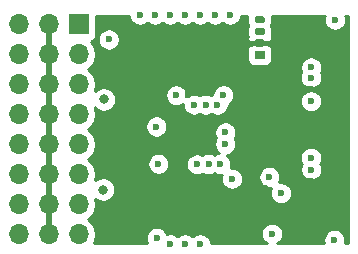
<source format=gbr>
%TF.GenerationSoftware,KiCad,Pcbnew,5.1.8-db9833491~87~ubuntu20.04.1*%
%TF.CreationDate,2020-11-05T18:06:58+01:00*%
%TF.ProjectId,rosalyn-rx,726f7361-6c79-46e2-9d72-782e6b696361,v1.0*%
%TF.SameCoordinates,Original*%
%TF.FileFunction,Copper,L2,Inr*%
%TF.FilePolarity,Positive*%
%FSLAX46Y46*%
G04 Gerber Fmt 4.6, Leading zero omitted, Abs format (unit mm)*
G04 Created by KiCad (PCBNEW 5.1.8-db9833491~87~ubuntu20.04.1) date 2020-11-05 18:06:58*
%MOMM*%
%LPD*%
G01*
G04 APERTURE LIST*
%TA.AperFunction,ComponentPad*%
%ADD10O,1.700000X1.700000*%
%TD*%
%TA.AperFunction,ComponentPad*%
%ADD11R,1.700000X1.700000*%
%TD*%
%TA.AperFunction,ComponentPad*%
%ADD12R,0.850000X0.650000*%
%TD*%
%TA.AperFunction,ViaPad*%
%ADD13C,0.600000*%
%TD*%
%TA.AperFunction,ViaPad*%
%ADD14C,0.800000*%
%TD*%
%TA.AperFunction,Conductor*%
%ADD15C,0.254000*%
%TD*%
%TA.AperFunction,Conductor*%
%ADD16C,0.100000*%
%TD*%
G04 APERTURE END LIST*
D10*
%TO.N,+5V*%
%TO.C,J4*%
X120410000Y-108890000D03*
X120410000Y-91110000D03*
X120410000Y-106350000D03*
X120410000Y-103810000D03*
X120410000Y-101270000D03*
X120410000Y-98730000D03*
X120410000Y-96190000D03*
X120410000Y-93650000D03*
%TO.N,GND*%
X122950000Y-91110000D03*
X122950000Y-93650000D03*
X122950000Y-96190000D03*
X122950000Y-98730000D03*
X122950000Y-101270000D03*
X122950000Y-103810000D03*
X122950000Y-106350000D03*
X122950000Y-108890000D03*
D11*
%TO.N,pwm_ch1*%
X125490000Y-91110000D03*
D10*
%TO.N,pwm_ch2*%
X125490000Y-93650000D03*
%TO.N,pwm_ch3*%
X125490000Y-96190000D03*
%TO.N,pwm_ch4*%
X125490000Y-98730000D03*
%TO.N,pwm_ch5*%
X125490000Y-101270000D03*
%TO.N,pwm_ch6*%
X125490000Y-103810000D03*
%TO.N,pwm_ch7*%
X125490000Y-106350000D03*
%TO.N,pwm_ch8*%
X125490000Y-108890000D03*
%TD*%
%TO.N,swim*%
%TO.C,J1*%
%TA.AperFunction,ComponentPad*%
G36*
G01*
X141245000Y-90537500D02*
X141245000Y-90862500D01*
G75*
G02*
X141082500Y-91025000I-162500J0D01*
G01*
X140557500Y-91025000D01*
G75*
G02*
X140395000Y-90862500I0J162500D01*
G01*
X140395000Y-90537500D01*
G75*
G02*
X140557500Y-90375000I162500J0D01*
G01*
X141082500Y-90375000D01*
G75*
G02*
X141245000Y-90537500I0J-162500D01*
G01*
G37*
%TD.AperFunction*%
%TO.N,nrst*%
%TA.AperFunction,ComponentPad*%
G36*
G01*
X141245000Y-91537500D02*
X141245000Y-91862500D01*
G75*
G02*
X141082500Y-92025000I-162500J0D01*
G01*
X140557500Y-92025000D01*
G75*
G02*
X140395000Y-91862500I0J162500D01*
G01*
X140395000Y-91537500D01*
G75*
G02*
X140557500Y-91375000I162500J0D01*
G01*
X141082500Y-91375000D01*
G75*
G02*
X141245000Y-91537500I0J-162500D01*
G01*
G37*
%TD.AperFunction*%
%TO.N,GND*%
%TA.AperFunction,ComponentPad*%
G36*
G01*
X141245000Y-92537500D02*
X141245000Y-92862500D01*
G75*
G02*
X141082500Y-93025000I-162500J0D01*
G01*
X140557500Y-93025000D01*
G75*
G02*
X140395000Y-92862500I0J162500D01*
G01*
X140395000Y-92537500D01*
G75*
G02*
X140557500Y-92375000I162500J0D01*
G01*
X141082500Y-92375000D01*
G75*
G02*
X141245000Y-92537500I0J-162500D01*
G01*
G37*
%TD.AperFunction*%
D12*
%TO.N,+5V*%
X140820000Y-93700000D03*
%TD*%
D13*
%TO.N,e22_nss*%
X138310000Y-90290000D03*
%TO.N,spi_sck*%
X137040000Y-90290000D03*
%TO.N,spi_miso*%
X134500000Y-90290000D03*
%TO.N,spi_mosi*%
X135770000Y-90290000D03*
%TO.N,e22_rxen*%
X135770000Y-109720000D03*
%TO.N,e22_txen*%
X134500000Y-109710000D03*
%TO.N,e22_dio1*%
X130690000Y-90290000D03*
%TO.N,e22_dio2*%
X133260000Y-109730000D03*
%TO.N,e22_busy*%
X131960000Y-90290000D03*
%TO.N,e22_nrst*%
X133230000Y-90290000D03*
%TO.N,GND*%
X130545000Y-109190000D03*
X129420000Y-105250000D03*
X143920000Y-107890000D03*
X146420000Y-94750000D03*
X134000000Y-102950000D03*
X145170000Y-96600000D03*
X141870000Y-101725000D03*
D14*
X127770000Y-107610000D03*
X127740000Y-102550000D03*
D13*
X134738051Y-97088051D03*
X127610000Y-94910000D03*
X129420000Y-92250000D03*
X139190000Y-106880000D03*
X143000000Y-106500000D03*
X141290000Y-104930000D03*
X145620000Y-107740000D03*
X147200000Y-107810000D03*
X145170000Y-104400000D03*
X143009996Y-93500000D03*
X138810000Y-107830000D03*
X136580000Y-108629998D03*
X138910000Y-96450000D03*
%TO.N,+3V3*%
X132095000Y-109190000D03*
X138480000Y-104180000D03*
%TO.N,pwm_ch4*%
X135250000Y-97900000D03*
%TO.N,pwm_ch3*%
X136250000Y-97900000D03*
%TO.N,pwm_ch2*%
X137250000Y-97900000D03*
%TO.N,pwm_ch1*%
X137750000Y-97100000D03*
%TO.N,+5V*%
X145170000Y-97600000D03*
D14*
X127575000Y-105090000D03*
D13*
X133750000Y-97100000D03*
X128050000Y-92380000D03*
D14*
X127630000Y-97450000D03*
D13*
X135500000Y-102950000D03*
X141870000Y-108820000D03*
X147200000Y-90710000D03*
X147146714Y-109353286D03*
X141640000Y-104020000D03*
X142630000Y-105399994D03*
%TO.N,nrst*%
X132250000Y-102909996D03*
%TO.N,swim*%
X132080000Y-99750000D03*
%TO.N,uart1_rx*%
X136500000Y-102930000D03*
X145170000Y-102390000D03*
%TO.N,uart1_tx*%
X137500000Y-102930000D03*
X145179529Y-103390569D03*
%TO.N,i2c_sda*%
X137910000Y-101230000D03*
X145179863Y-94750022D03*
%TO.N,i2c_scl*%
X137920000Y-100250000D03*
X145170002Y-95600000D03*
%TD*%
D15*
%TO.N,GND*%
X129755000Y-90382089D02*
X129790932Y-90562729D01*
X129861414Y-90732889D01*
X129963738Y-90886028D01*
X130093972Y-91016262D01*
X130247111Y-91118586D01*
X130417271Y-91189068D01*
X130597911Y-91225000D01*
X130782089Y-91225000D01*
X130962729Y-91189068D01*
X131132889Y-91118586D01*
X131286028Y-91016262D01*
X131325000Y-90977290D01*
X131363972Y-91016262D01*
X131517111Y-91118586D01*
X131687271Y-91189068D01*
X131867911Y-91225000D01*
X132052089Y-91225000D01*
X132232729Y-91189068D01*
X132402889Y-91118586D01*
X132556028Y-91016262D01*
X132595000Y-90977290D01*
X132633972Y-91016262D01*
X132787111Y-91118586D01*
X132957271Y-91189068D01*
X133137911Y-91225000D01*
X133322089Y-91225000D01*
X133502729Y-91189068D01*
X133672889Y-91118586D01*
X133826028Y-91016262D01*
X133865000Y-90977290D01*
X133903972Y-91016262D01*
X134057111Y-91118586D01*
X134227271Y-91189068D01*
X134407911Y-91225000D01*
X134592089Y-91225000D01*
X134772729Y-91189068D01*
X134942889Y-91118586D01*
X135096028Y-91016262D01*
X135135000Y-90977290D01*
X135173972Y-91016262D01*
X135327111Y-91118586D01*
X135497271Y-91189068D01*
X135677911Y-91225000D01*
X135862089Y-91225000D01*
X136042729Y-91189068D01*
X136212889Y-91118586D01*
X136366028Y-91016262D01*
X136405000Y-90977290D01*
X136443972Y-91016262D01*
X136597111Y-91118586D01*
X136767271Y-91189068D01*
X136947911Y-91225000D01*
X137132089Y-91225000D01*
X137312729Y-91189068D01*
X137482889Y-91118586D01*
X137636028Y-91016262D01*
X137675000Y-90977290D01*
X137713972Y-91016262D01*
X137867111Y-91118586D01*
X138037271Y-91189068D01*
X138217911Y-91225000D01*
X138402089Y-91225000D01*
X138582729Y-91189068D01*
X138752889Y-91118586D01*
X138906028Y-91016262D01*
X139036262Y-90886028D01*
X139138586Y-90732889D01*
X139209068Y-90562729D01*
X139245000Y-90382089D01*
X139245000Y-90360000D01*
X139778777Y-90360000D01*
X139772311Y-90381316D01*
X139756928Y-90537500D01*
X139756928Y-90862500D01*
X139772311Y-91018684D01*
X139817868Y-91168866D01*
X139834510Y-91200000D01*
X139817868Y-91231134D01*
X139772311Y-91381316D01*
X139756928Y-91537500D01*
X139756928Y-91862500D01*
X139772311Y-92018684D01*
X139806027Y-92129831D01*
X139805498Y-92130820D01*
X139769188Y-92250518D01*
X139756928Y-92375000D01*
X139760000Y-92414250D01*
X139918750Y-92573000D01*
X140196632Y-92573000D01*
X140251134Y-92602132D01*
X140401316Y-92647689D01*
X140557500Y-92663072D01*
X141082500Y-92663072D01*
X141238684Y-92647689D01*
X141388866Y-92602132D01*
X141443368Y-92573000D01*
X141721250Y-92573000D01*
X141880000Y-92414250D01*
X141883072Y-92375000D01*
X141870812Y-92250518D01*
X141834502Y-92130820D01*
X141833973Y-92129831D01*
X141867689Y-92018684D01*
X141883072Y-91862500D01*
X141883072Y-91537500D01*
X141867689Y-91381316D01*
X141822132Y-91231134D01*
X141805490Y-91200000D01*
X141822132Y-91168866D01*
X141867689Y-91018684D01*
X141883072Y-90862500D01*
X141883072Y-90537500D01*
X141867689Y-90381316D01*
X141861223Y-90360000D01*
X146332938Y-90360000D01*
X146300932Y-90437271D01*
X146265000Y-90617911D01*
X146265000Y-90802089D01*
X146300932Y-90982729D01*
X146371414Y-91152889D01*
X146473738Y-91306028D01*
X146603972Y-91436262D01*
X146757111Y-91538586D01*
X146927271Y-91609068D01*
X147107911Y-91645000D01*
X147292089Y-91645000D01*
X147472729Y-91609068D01*
X147642889Y-91538586D01*
X147796028Y-91436262D01*
X147926262Y-91306028D01*
X148028586Y-91152889D01*
X148099068Y-90982729D01*
X148135000Y-90802089D01*
X148135000Y-90617911D01*
X148099068Y-90437271D01*
X148067062Y-90360000D01*
X148340000Y-90360000D01*
X148340001Y-109640000D01*
X148039989Y-109640000D01*
X148045782Y-109626015D01*
X148081714Y-109445375D01*
X148081714Y-109261197D01*
X148045782Y-109080557D01*
X147975300Y-108910397D01*
X147872976Y-108757258D01*
X147742742Y-108627024D01*
X147589603Y-108524700D01*
X147419443Y-108454218D01*
X147238803Y-108418286D01*
X147054625Y-108418286D01*
X146873985Y-108454218D01*
X146703825Y-108524700D01*
X146550686Y-108627024D01*
X146420452Y-108757258D01*
X146318128Y-108910397D01*
X146247646Y-109080557D01*
X146211714Y-109261197D01*
X146211714Y-109445375D01*
X146247646Y-109626015D01*
X146253439Y-109640000D01*
X142325739Y-109640000D01*
X142466028Y-109546262D01*
X142596262Y-109416028D01*
X142698586Y-109262889D01*
X142769068Y-109092729D01*
X142805000Y-108912089D01*
X142805000Y-108727911D01*
X142769068Y-108547271D01*
X142698586Y-108377111D01*
X142596262Y-108223972D01*
X142466028Y-108093738D01*
X142312889Y-107991414D01*
X142142729Y-107920932D01*
X141962089Y-107885000D01*
X141777911Y-107885000D01*
X141597271Y-107920932D01*
X141427111Y-107991414D01*
X141273972Y-108093738D01*
X141143738Y-108223972D01*
X141041414Y-108377111D01*
X140970932Y-108547271D01*
X140935000Y-108727911D01*
X140935000Y-108912089D01*
X140970932Y-109092729D01*
X141041414Y-109262889D01*
X141143738Y-109416028D01*
X141273972Y-109546262D01*
X141414261Y-109640000D01*
X136705000Y-109640000D01*
X136705000Y-109627911D01*
X136669068Y-109447271D01*
X136598586Y-109277111D01*
X136496262Y-109123972D01*
X136366028Y-108993738D01*
X136212889Y-108891414D01*
X136042729Y-108820932D01*
X135862089Y-108785000D01*
X135677911Y-108785000D01*
X135497271Y-108820932D01*
X135327111Y-108891414D01*
X135173972Y-108993738D01*
X135140000Y-109027710D01*
X135096028Y-108983738D01*
X134942889Y-108881414D01*
X134772729Y-108810932D01*
X134592089Y-108775000D01*
X134407911Y-108775000D01*
X134227271Y-108810932D01*
X134057111Y-108881414D01*
X133903972Y-108983738D01*
X133870000Y-109017710D01*
X133856028Y-109003738D01*
X133702889Y-108901414D01*
X133532729Y-108830932D01*
X133352089Y-108795000D01*
X133167911Y-108795000D01*
X132987271Y-108830932D01*
X132962547Y-108841173D01*
X132923586Y-108747111D01*
X132821262Y-108593972D01*
X132691028Y-108463738D01*
X132537889Y-108361414D01*
X132367729Y-108290932D01*
X132187089Y-108255000D01*
X132002911Y-108255000D01*
X131822271Y-108290932D01*
X131652111Y-108361414D01*
X131498972Y-108463738D01*
X131368738Y-108593972D01*
X131266414Y-108747111D01*
X131195932Y-108917271D01*
X131160000Y-109097911D01*
X131160000Y-109282089D01*
X131195932Y-109462729D01*
X131266414Y-109632889D01*
X131271165Y-109640000D01*
X126774860Y-109640000D01*
X126805990Y-109593411D01*
X126917932Y-109323158D01*
X126975000Y-109036260D01*
X126975000Y-108743740D01*
X126917932Y-108456842D01*
X126805990Y-108186589D01*
X126643475Y-107943368D01*
X126436632Y-107736525D01*
X126262240Y-107620000D01*
X126436632Y-107503475D01*
X126643475Y-107296632D01*
X126805990Y-107053411D01*
X126917932Y-106783158D01*
X126975000Y-106496260D01*
X126975000Y-106203740D01*
X126917932Y-105916842D01*
X126903649Y-105882360D01*
X126915226Y-105893937D01*
X127084744Y-106007205D01*
X127273102Y-106085226D01*
X127473061Y-106125000D01*
X127676939Y-106125000D01*
X127876898Y-106085226D01*
X128065256Y-106007205D01*
X128234774Y-105893937D01*
X128378937Y-105749774D01*
X128492205Y-105580256D01*
X128570226Y-105391898D01*
X128610000Y-105191939D01*
X128610000Y-104988061D01*
X128570226Y-104788102D01*
X128492205Y-104599744D01*
X128378937Y-104430226D01*
X128234774Y-104286063D01*
X128065256Y-104172795D01*
X127876898Y-104094774D01*
X127676939Y-104055000D01*
X127473061Y-104055000D01*
X127273102Y-104094774D01*
X127084744Y-104172795D01*
X126915226Y-104286063D01*
X126889507Y-104311782D01*
X126917932Y-104243158D01*
X126975000Y-103956260D01*
X126975000Y-103663740D01*
X126917932Y-103376842D01*
X126805990Y-103106589D01*
X126643475Y-102863368D01*
X126598014Y-102817907D01*
X131315000Y-102817907D01*
X131315000Y-103002085D01*
X131350932Y-103182725D01*
X131421414Y-103352885D01*
X131523738Y-103506024D01*
X131653972Y-103636258D01*
X131807111Y-103738582D01*
X131977271Y-103809064D01*
X132157911Y-103844996D01*
X132342089Y-103844996D01*
X132522729Y-103809064D01*
X132692889Y-103738582D01*
X132846028Y-103636258D01*
X132976262Y-103506024D01*
X133078586Y-103352885D01*
X133149068Y-103182725D01*
X133185000Y-103002085D01*
X133185000Y-102857911D01*
X134565000Y-102857911D01*
X134565000Y-103042089D01*
X134600932Y-103222729D01*
X134671414Y-103392889D01*
X134773738Y-103546028D01*
X134903972Y-103676262D01*
X135057111Y-103778586D01*
X135227271Y-103849068D01*
X135407911Y-103885000D01*
X135592089Y-103885000D01*
X135772729Y-103849068D01*
X135942889Y-103778586D01*
X136014966Y-103730426D01*
X136057111Y-103758586D01*
X136227271Y-103829068D01*
X136407911Y-103865000D01*
X136592089Y-103865000D01*
X136772729Y-103829068D01*
X136942889Y-103758586D01*
X137000000Y-103720426D01*
X137057111Y-103758586D01*
X137227271Y-103829068D01*
X137407911Y-103865000D01*
X137592089Y-103865000D01*
X137599011Y-103863623D01*
X137580932Y-103907271D01*
X137545000Y-104087911D01*
X137545000Y-104272089D01*
X137580932Y-104452729D01*
X137651414Y-104622889D01*
X137753738Y-104776028D01*
X137883972Y-104906262D01*
X138037111Y-105008586D01*
X138207271Y-105079068D01*
X138387911Y-105115000D01*
X138572089Y-105115000D01*
X138752729Y-105079068D01*
X138922889Y-105008586D01*
X139076028Y-104906262D01*
X139206262Y-104776028D01*
X139308586Y-104622889D01*
X139379068Y-104452729D01*
X139415000Y-104272089D01*
X139415000Y-104087911D01*
X139383174Y-103927911D01*
X140705000Y-103927911D01*
X140705000Y-104112089D01*
X140740932Y-104292729D01*
X140811414Y-104462889D01*
X140913738Y-104616028D01*
X141043972Y-104746262D01*
X141197111Y-104848586D01*
X141367271Y-104919068D01*
X141547911Y-104955000D01*
X141732089Y-104955000D01*
X141813662Y-104938774D01*
X141801414Y-104957105D01*
X141730932Y-105127265D01*
X141695000Y-105307905D01*
X141695000Y-105492083D01*
X141730932Y-105672723D01*
X141801414Y-105842883D01*
X141903738Y-105996022D01*
X142033972Y-106126256D01*
X142187111Y-106228580D01*
X142357271Y-106299062D01*
X142537911Y-106334994D01*
X142722089Y-106334994D01*
X142902729Y-106299062D01*
X143072889Y-106228580D01*
X143226028Y-106126256D01*
X143356262Y-105996022D01*
X143458586Y-105842883D01*
X143529068Y-105672723D01*
X143565000Y-105492083D01*
X143565000Y-105307905D01*
X143529068Y-105127265D01*
X143458586Y-104957105D01*
X143356262Y-104803966D01*
X143226028Y-104673732D01*
X143072889Y-104571408D01*
X142902729Y-104500926D01*
X142722089Y-104464994D01*
X142537911Y-104464994D01*
X142456338Y-104481220D01*
X142468586Y-104462889D01*
X142539068Y-104292729D01*
X142575000Y-104112089D01*
X142575000Y-103927911D01*
X142539068Y-103747271D01*
X142468586Y-103577111D01*
X142366262Y-103423972D01*
X142236028Y-103293738D01*
X142082889Y-103191414D01*
X141912729Y-103120932D01*
X141732089Y-103085000D01*
X141547911Y-103085000D01*
X141367271Y-103120932D01*
X141197111Y-103191414D01*
X141043972Y-103293738D01*
X140913738Y-103423972D01*
X140811414Y-103577111D01*
X140740932Y-103747271D01*
X140705000Y-103927911D01*
X139383174Y-103927911D01*
X139379068Y-103907271D01*
X139308586Y-103737111D01*
X139206262Y-103583972D01*
X139076028Y-103453738D01*
X138922889Y-103351414D01*
X138752729Y-103280932D01*
X138572089Y-103245000D01*
X138387911Y-103245000D01*
X138380989Y-103246377D01*
X138399068Y-103202729D01*
X138435000Y-103022089D01*
X138435000Y-102837911D01*
X138399068Y-102657271D01*
X138328586Y-102487111D01*
X138226262Y-102333972D01*
X138190201Y-102297911D01*
X144235000Y-102297911D01*
X144235000Y-102482089D01*
X144270932Y-102662729D01*
X144341414Y-102832889D01*
X144384529Y-102897415D01*
X144350943Y-102947680D01*
X144280461Y-103117840D01*
X144244529Y-103298480D01*
X144244529Y-103482658D01*
X144280461Y-103663298D01*
X144350943Y-103833458D01*
X144453267Y-103986597D01*
X144583501Y-104116831D01*
X144736640Y-104219155D01*
X144906800Y-104289637D01*
X145087440Y-104325569D01*
X145271618Y-104325569D01*
X145452258Y-104289637D01*
X145622418Y-104219155D01*
X145775557Y-104116831D01*
X145905791Y-103986597D01*
X146008115Y-103833458D01*
X146078597Y-103663298D01*
X146114529Y-103482658D01*
X146114529Y-103298480D01*
X146078597Y-103117840D01*
X146008115Y-102947680D01*
X145965000Y-102883154D01*
X145998586Y-102832889D01*
X146069068Y-102662729D01*
X146105000Y-102482089D01*
X146105000Y-102297911D01*
X146069068Y-102117271D01*
X145998586Y-101947111D01*
X145896262Y-101793972D01*
X145766028Y-101663738D01*
X145612889Y-101561414D01*
X145442729Y-101490932D01*
X145262089Y-101455000D01*
X145077911Y-101455000D01*
X144897271Y-101490932D01*
X144727111Y-101561414D01*
X144573972Y-101663738D01*
X144443738Y-101793972D01*
X144341414Y-101947111D01*
X144270932Y-102117271D01*
X144235000Y-102297911D01*
X138190201Y-102297911D01*
X138096028Y-102203738D01*
X138029802Y-102159487D01*
X138182729Y-102129068D01*
X138352889Y-102058586D01*
X138506028Y-101956262D01*
X138636262Y-101826028D01*
X138738586Y-101672889D01*
X138809068Y-101502729D01*
X138845000Y-101322089D01*
X138845000Y-101137911D01*
X138809068Y-100957271D01*
X138738586Y-100787111D01*
X138712108Y-100747483D01*
X138748586Y-100692889D01*
X138819068Y-100522729D01*
X138855000Y-100342089D01*
X138855000Y-100157911D01*
X138819068Y-99977271D01*
X138748586Y-99807111D01*
X138646262Y-99653972D01*
X138516028Y-99523738D01*
X138362889Y-99421414D01*
X138192729Y-99350932D01*
X138012089Y-99315000D01*
X137827911Y-99315000D01*
X137647271Y-99350932D01*
X137477111Y-99421414D01*
X137323972Y-99523738D01*
X137193738Y-99653972D01*
X137091414Y-99807111D01*
X137020932Y-99977271D01*
X136985000Y-100157911D01*
X136985000Y-100342089D01*
X137020932Y-100522729D01*
X137091414Y-100692889D01*
X137117892Y-100732517D01*
X137081414Y-100787111D01*
X137010932Y-100957271D01*
X136975000Y-101137911D01*
X136975000Y-101322089D01*
X137010932Y-101502729D01*
X137081414Y-101672889D01*
X137183738Y-101826028D01*
X137313972Y-101956262D01*
X137380198Y-102000513D01*
X137227271Y-102030932D01*
X137057111Y-102101414D01*
X137000000Y-102139574D01*
X136942889Y-102101414D01*
X136772729Y-102030932D01*
X136592089Y-101995000D01*
X136407911Y-101995000D01*
X136227271Y-102030932D01*
X136057111Y-102101414D01*
X135985034Y-102149574D01*
X135942889Y-102121414D01*
X135772729Y-102050932D01*
X135592089Y-102015000D01*
X135407911Y-102015000D01*
X135227271Y-102050932D01*
X135057111Y-102121414D01*
X134903972Y-102223738D01*
X134773738Y-102353972D01*
X134671414Y-102507111D01*
X134600932Y-102677271D01*
X134565000Y-102857911D01*
X133185000Y-102857911D01*
X133185000Y-102817907D01*
X133149068Y-102637267D01*
X133078586Y-102467107D01*
X132976262Y-102313968D01*
X132846028Y-102183734D01*
X132692889Y-102081410D01*
X132522729Y-102010928D01*
X132342089Y-101974996D01*
X132157911Y-101974996D01*
X131977271Y-102010928D01*
X131807111Y-102081410D01*
X131653972Y-102183734D01*
X131523738Y-102313968D01*
X131421414Y-102467107D01*
X131350932Y-102637267D01*
X131315000Y-102817907D01*
X126598014Y-102817907D01*
X126436632Y-102656525D01*
X126262240Y-102540000D01*
X126436632Y-102423475D01*
X126643475Y-102216632D01*
X126805990Y-101973411D01*
X126917932Y-101703158D01*
X126975000Y-101416260D01*
X126975000Y-101123740D01*
X126917932Y-100836842D01*
X126805990Y-100566589D01*
X126643475Y-100323368D01*
X126436632Y-100116525D01*
X126262240Y-100000000D01*
X126436632Y-99883475D01*
X126643475Y-99676632D01*
X126655983Y-99657911D01*
X131145000Y-99657911D01*
X131145000Y-99842089D01*
X131180932Y-100022729D01*
X131251414Y-100192889D01*
X131353738Y-100346028D01*
X131483972Y-100476262D01*
X131637111Y-100578586D01*
X131807271Y-100649068D01*
X131987911Y-100685000D01*
X132172089Y-100685000D01*
X132352729Y-100649068D01*
X132522889Y-100578586D01*
X132676028Y-100476262D01*
X132806262Y-100346028D01*
X132908586Y-100192889D01*
X132979068Y-100022729D01*
X133015000Y-99842089D01*
X133015000Y-99657911D01*
X132979068Y-99477271D01*
X132908586Y-99307111D01*
X132806262Y-99153972D01*
X132676028Y-99023738D01*
X132522889Y-98921414D01*
X132352729Y-98850932D01*
X132172089Y-98815000D01*
X131987911Y-98815000D01*
X131807271Y-98850932D01*
X131637111Y-98921414D01*
X131483972Y-99023738D01*
X131353738Y-99153972D01*
X131251414Y-99307111D01*
X131180932Y-99477271D01*
X131145000Y-99657911D01*
X126655983Y-99657911D01*
X126805990Y-99433411D01*
X126917932Y-99163158D01*
X126975000Y-98876260D01*
X126975000Y-98583740D01*
X126917932Y-98296842D01*
X126850617Y-98134328D01*
X126970226Y-98253937D01*
X127139744Y-98367205D01*
X127328102Y-98445226D01*
X127528061Y-98485000D01*
X127731939Y-98485000D01*
X127931898Y-98445226D01*
X128120256Y-98367205D01*
X128289774Y-98253937D01*
X128433937Y-98109774D01*
X128547205Y-97940256D01*
X128625226Y-97751898D01*
X128665000Y-97551939D01*
X128665000Y-97348061D01*
X128625226Y-97148102D01*
X128567157Y-97007911D01*
X132815000Y-97007911D01*
X132815000Y-97192089D01*
X132850932Y-97372729D01*
X132921414Y-97542889D01*
X133023738Y-97696028D01*
X133153972Y-97826262D01*
X133307111Y-97928586D01*
X133477271Y-97999068D01*
X133657911Y-98035000D01*
X133842089Y-98035000D01*
X134022729Y-97999068D01*
X134192889Y-97928586D01*
X134315000Y-97846994D01*
X134315000Y-97992089D01*
X134350932Y-98172729D01*
X134421414Y-98342889D01*
X134523738Y-98496028D01*
X134653972Y-98626262D01*
X134807111Y-98728586D01*
X134977271Y-98799068D01*
X135157911Y-98835000D01*
X135342089Y-98835000D01*
X135522729Y-98799068D01*
X135692889Y-98728586D01*
X135750000Y-98690426D01*
X135807111Y-98728586D01*
X135977271Y-98799068D01*
X136157911Y-98835000D01*
X136342089Y-98835000D01*
X136522729Y-98799068D01*
X136692889Y-98728586D01*
X136750000Y-98690426D01*
X136807111Y-98728586D01*
X136977271Y-98799068D01*
X137157911Y-98835000D01*
X137342089Y-98835000D01*
X137522729Y-98799068D01*
X137692889Y-98728586D01*
X137846028Y-98626262D01*
X137976262Y-98496028D01*
X138078586Y-98342889D01*
X138149068Y-98172729D01*
X138185000Y-97992089D01*
X138185000Y-97931854D01*
X138192889Y-97928586D01*
X138346028Y-97826262D01*
X138476262Y-97696028D01*
X138578586Y-97542889D01*
X138593074Y-97507911D01*
X144235000Y-97507911D01*
X144235000Y-97692089D01*
X144270932Y-97872729D01*
X144341414Y-98042889D01*
X144443738Y-98196028D01*
X144573972Y-98326262D01*
X144727111Y-98428586D01*
X144897271Y-98499068D01*
X145077911Y-98535000D01*
X145262089Y-98535000D01*
X145442729Y-98499068D01*
X145612889Y-98428586D01*
X145766028Y-98326262D01*
X145896262Y-98196028D01*
X145998586Y-98042889D01*
X146069068Y-97872729D01*
X146105000Y-97692089D01*
X146105000Y-97507911D01*
X146069068Y-97327271D01*
X145998586Y-97157111D01*
X145896262Y-97003972D01*
X145766028Y-96873738D01*
X145612889Y-96771414D01*
X145442729Y-96700932D01*
X145262089Y-96665000D01*
X145077911Y-96665000D01*
X144897271Y-96700932D01*
X144727111Y-96771414D01*
X144573972Y-96873738D01*
X144443738Y-97003972D01*
X144341414Y-97157111D01*
X144270932Y-97327271D01*
X144235000Y-97507911D01*
X138593074Y-97507911D01*
X138649068Y-97372729D01*
X138685000Y-97192089D01*
X138685000Y-97007911D01*
X138649068Y-96827271D01*
X138578586Y-96657111D01*
X138476262Y-96503972D01*
X138346028Y-96373738D01*
X138192889Y-96271414D01*
X138022729Y-96200932D01*
X137842089Y-96165000D01*
X137657911Y-96165000D01*
X137477271Y-96200932D01*
X137307111Y-96271414D01*
X137153972Y-96373738D01*
X137023738Y-96503972D01*
X136921414Y-96657111D01*
X136850932Y-96827271D01*
X136815000Y-97007911D01*
X136815000Y-97068146D01*
X136807111Y-97071414D01*
X136750000Y-97109574D01*
X136692889Y-97071414D01*
X136522729Y-97000932D01*
X136342089Y-96965000D01*
X136157911Y-96965000D01*
X135977271Y-97000932D01*
X135807111Y-97071414D01*
X135750000Y-97109574D01*
X135692889Y-97071414D01*
X135522729Y-97000932D01*
X135342089Y-96965000D01*
X135157911Y-96965000D01*
X134977271Y-97000932D01*
X134807111Y-97071414D01*
X134685000Y-97153006D01*
X134685000Y-97007911D01*
X134649068Y-96827271D01*
X134578586Y-96657111D01*
X134476262Y-96503972D01*
X134346028Y-96373738D01*
X134192889Y-96271414D01*
X134022729Y-96200932D01*
X133842089Y-96165000D01*
X133657911Y-96165000D01*
X133477271Y-96200932D01*
X133307111Y-96271414D01*
X133153972Y-96373738D01*
X133023738Y-96503972D01*
X132921414Y-96657111D01*
X132850932Y-96827271D01*
X132815000Y-97007911D01*
X128567157Y-97007911D01*
X128547205Y-96959744D01*
X128433937Y-96790226D01*
X128289774Y-96646063D01*
X128120256Y-96532795D01*
X127931898Y-96454774D01*
X127731939Y-96415000D01*
X127528061Y-96415000D01*
X127328102Y-96454774D01*
X127139744Y-96532795D01*
X126970226Y-96646063D01*
X126864759Y-96751530D01*
X126917932Y-96623158D01*
X126975000Y-96336260D01*
X126975000Y-96043740D01*
X126917932Y-95756842D01*
X126814822Y-95507911D01*
X144235002Y-95507911D01*
X144235002Y-95692089D01*
X144270934Y-95872729D01*
X144341416Y-96042889D01*
X144443740Y-96196028D01*
X144573974Y-96326262D01*
X144727113Y-96428586D01*
X144897273Y-96499068D01*
X145077913Y-96535000D01*
X145262091Y-96535000D01*
X145442731Y-96499068D01*
X145612891Y-96428586D01*
X145766030Y-96326262D01*
X145896264Y-96196028D01*
X145998588Y-96042889D01*
X146069070Y-95872729D01*
X146105002Y-95692089D01*
X146105002Y-95507911D01*
X146069070Y-95327271D01*
X146010933Y-95186914D01*
X146078931Y-95022751D01*
X146114863Y-94842111D01*
X146114863Y-94657933D01*
X146078931Y-94477293D01*
X146008449Y-94307133D01*
X145906125Y-94153994D01*
X145775891Y-94023760D01*
X145622752Y-93921436D01*
X145452592Y-93850954D01*
X145271952Y-93815022D01*
X145087774Y-93815022D01*
X144907134Y-93850954D01*
X144736974Y-93921436D01*
X144583835Y-94023760D01*
X144453601Y-94153994D01*
X144351277Y-94307133D01*
X144280795Y-94477293D01*
X144244863Y-94657933D01*
X144244863Y-94842111D01*
X144280795Y-95022751D01*
X144338932Y-95163108D01*
X144270934Y-95327271D01*
X144235002Y-95507911D01*
X126814822Y-95507911D01*
X126805990Y-95486589D01*
X126643475Y-95243368D01*
X126436632Y-95036525D01*
X126262240Y-94920000D01*
X126436632Y-94803475D01*
X126643475Y-94596632D01*
X126805990Y-94353411D01*
X126917932Y-94083158D01*
X126975000Y-93796260D01*
X126975000Y-93503740D01*
X126917932Y-93216842D01*
X126805990Y-92946589D01*
X126643475Y-92703368D01*
X126511620Y-92571513D01*
X126584180Y-92549502D01*
X126694494Y-92490537D01*
X126791185Y-92411185D01*
X126870537Y-92314494D01*
X126884746Y-92287911D01*
X127115000Y-92287911D01*
X127115000Y-92472089D01*
X127150932Y-92652729D01*
X127221414Y-92822889D01*
X127323738Y-92976028D01*
X127453972Y-93106262D01*
X127607111Y-93208586D01*
X127777271Y-93279068D01*
X127957911Y-93315000D01*
X128142089Y-93315000D01*
X128322729Y-93279068D01*
X128492889Y-93208586D01*
X128646028Y-93106262D01*
X128727290Y-93025000D01*
X139756928Y-93025000D01*
X139769188Y-93149482D01*
X139784512Y-93200000D01*
X139769188Y-93250518D01*
X139756928Y-93375000D01*
X139756928Y-94025000D01*
X139769188Y-94149482D01*
X139805498Y-94269180D01*
X139864463Y-94379494D01*
X139943815Y-94476185D01*
X140040506Y-94555537D01*
X140150820Y-94614502D01*
X140270518Y-94650812D01*
X140395000Y-94663072D01*
X141245000Y-94663072D01*
X141369482Y-94650812D01*
X141489180Y-94614502D01*
X141599494Y-94555537D01*
X141696185Y-94476185D01*
X141775537Y-94379494D01*
X141834502Y-94269180D01*
X141870812Y-94149482D01*
X141883072Y-94025000D01*
X141883072Y-93375000D01*
X141870812Y-93250518D01*
X141855488Y-93200000D01*
X141870812Y-93149482D01*
X141883072Y-93025000D01*
X141880000Y-92985750D01*
X141721250Y-92827000D01*
X141566824Y-92827000D01*
X141489180Y-92785498D01*
X141369482Y-92749188D01*
X141245000Y-92736928D01*
X140395000Y-92736928D01*
X140270518Y-92749188D01*
X140150820Y-92785498D01*
X140073176Y-92827000D01*
X139918750Y-92827000D01*
X139760000Y-92985750D01*
X139756928Y-93025000D01*
X128727290Y-93025000D01*
X128776262Y-92976028D01*
X128878586Y-92822889D01*
X128949068Y-92652729D01*
X128985000Y-92472089D01*
X128985000Y-92287911D01*
X128949068Y-92107271D01*
X128878586Y-91937111D01*
X128776262Y-91783972D01*
X128646028Y-91653738D01*
X128492889Y-91551414D01*
X128322729Y-91480932D01*
X128142089Y-91445000D01*
X127957911Y-91445000D01*
X127777271Y-91480932D01*
X127607111Y-91551414D01*
X127453972Y-91653738D01*
X127323738Y-91783972D01*
X127221414Y-91937111D01*
X127150932Y-92107271D01*
X127115000Y-92287911D01*
X126884746Y-92287911D01*
X126929502Y-92204180D01*
X126965812Y-92084482D01*
X126978072Y-91960000D01*
X126978072Y-90360000D01*
X129755000Y-90360000D01*
X129755000Y-90382089D01*
%TA.AperFunction,Conductor*%
D16*
G36*
X129755000Y-90382089D02*
G01*
X129790932Y-90562729D01*
X129861414Y-90732889D01*
X129963738Y-90886028D01*
X130093972Y-91016262D01*
X130247111Y-91118586D01*
X130417271Y-91189068D01*
X130597911Y-91225000D01*
X130782089Y-91225000D01*
X130962729Y-91189068D01*
X131132889Y-91118586D01*
X131286028Y-91016262D01*
X131325000Y-90977290D01*
X131363972Y-91016262D01*
X131517111Y-91118586D01*
X131687271Y-91189068D01*
X131867911Y-91225000D01*
X132052089Y-91225000D01*
X132232729Y-91189068D01*
X132402889Y-91118586D01*
X132556028Y-91016262D01*
X132595000Y-90977290D01*
X132633972Y-91016262D01*
X132787111Y-91118586D01*
X132957271Y-91189068D01*
X133137911Y-91225000D01*
X133322089Y-91225000D01*
X133502729Y-91189068D01*
X133672889Y-91118586D01*
X133826028Y-91016262D01*
X133865000Y-90977290D01*
X133903972Y-91016262D01*
X134057111Y-91118586D01*
X134227271Y-91189068D01*
X134407911Y-91225000D01*
X134592089Y-91225000D01*
X134772729Y-91189068D01*
X134942889Y-91118586D01*
X135096028Y-91016262D01*
X135135000Y-90977290D01*
X135173972Y-91016262D01*
X135327111Y-91118586D01*
X135497271Y-91189068D01*
X135677911Y-91225000D01*
X135862089Y-91225000D01*
X136042729Y-91189068D01*
X136212889Y-91118586D01*
X136366028Y-91016262D01*
X136405000Y-90977290D01*
X136443972Y-91016262D01*
X136597111Y-91118586D01*
X136767271Y-91189068D01*
X136947911Y-91225000D01*
X137132089Y-91225000D01*
X137312729Y-91189068D01*
X137482889Y-91118586D01*
X137636028Y-91016262D01*
X137675000Y-90977290D01*
X137713972Y-91016262D01*
X137867111Y-91118586D01*
X138037271Y-91189068D01*
X138217911Y-91225000D01*
X138402089Y-91225000D01*
X138582729Y-91189068D01*
X138752889Y-91118586D01*
X138906028Y-91016262D01*
X139036262Y-90886028D01*
X139138586Y-90732889D01*
X139209068Y-90562729D01*
X139245000Y-90382089D01*
X139245000Y-90360000D01*
X139778777Y-90360000D01*
X139772311Y-90381316D01*
X139756928Y-90537500D01*
X139756928Y-90862500D01*
X139772311Y-91018684D01*
X139817868Y-91168866D01*
X139834510Y-91200000D01*
X139817868Y-91231134D01*
X139772311Y-91381316D01*
X139756928Y-91537500D01*
X139756928Y-91862500D01*
X139772311Y-92018684D01*
X139806027Y-92129831D01*
X139805498Y-92130820D01*
X139769188Y-92250518D01*
X139756928Y-92375000D01*
X139760000Y-92414250D01*
X139918750Y-92573000D01*
X140196632Y-92573000D01*
X140251134Y-92602132D01*
X140401316Y-92647689D01*
X140557500Y-92663072D01*
X141082500Y-92663072D01*
X141238684Y-92647689D01*
X141388866Y-92602132D01*
X141443368Y-92573000D01*
X141721250Y-92573000D01*
X141880000Y-92414250D01*
X141883072Y-92375000D01*
X141870812Y-92250518D01*
X141834502Y-92130820D01*
X141833973Y-92129831D01*
X141867689Y-92018684D01*
X141883072Y-91862500D01*
X141883072Y-91537500D01*
X141867689Y-91381316D01*
X141822132Y-91231134D01*
X141805490Y-91200000D01*
X141822132Y-91168866D01*
X141867689Y-91018684D01*
X141883072Y-90862500D01*
X141883072Y-90537500D01*
X141867689Y-90381316D01*
X141861223Y-90360000D01*
X146332938Y-90360000D01*
X146300932Y-90437271D01*
X146265000Y-90617911D01*
X146265000Y-90802089D01*
X146300932Y-90982729D01*
X146371414Y-91152889D01*
X146473738Y-91306028D01*
X146603972Y-91436262D01*
X146757111Y-91538586D01*
X146927271Y-91609068D01*
X147107911Y-91645000D01*
X147292089Y-91645000D01*
X147472729Y-91609068D01*
X147642889Y-91538586D01*
X147796028Y-91436262D01*
X147926262Y-91306028D01*
X148028586Y-91152889D01*
X148099068Y-90982729D01*
X148135000Y-90802089D01*
X148135000Y-90617911D01*
X148099068Y-90437271D01*
X148067062Y-90360000D01*
X148340000Y-90360000D01*
X148340001Y-109640000D01*
X148039989Y-109640000D01*
X148045782Y-109626015D01*
X148081714Y-109445375D01*
X148081714Y-109261197D01*
X148045782Y-109080557D01*
X147975300Y-108910397D01*
X147872976Y-108757258D01*
X147742742Y-108627024D01*
X147589603Y-108524700D01*
X147419443Y-108454218D01*
X147238803Y-108418286D01*
X147054625Y-108418286D01*
X146873985Y-108454218D01*
X146703825Y-108524700D01*
X146550686Y-108627024D01*
X146420452Y-108757258D01*
X146318128Y-108910397D01*
X146247646Y-109080557D01*
X146211714Y-109261197D01*
X146211714Y-109445375D01*
X146247646Y-109626015D01*
X146253439Y-109640000D01*
X142325739Y-109640000D01*
X142466028Y-109546262D01*
X142596262Y-109416028D01*
X142698586Y-109262889D01*
X142769068Y-109092729D01*
X142805000Y-108912089D01*
X142805000Y-108727911D01*
X142769068Y-108547271D01*
X142698586Y-108377111D01*
X142596262Y-108223972D01*
X142466028Y-108093738D01*
X142312889Y-107991414D01*
X142142729Y-107920932D01*
X141962089Y-107885000D01*
X141777911Y-107885000D01*
X141597271Y-107920932D01*
X141427111Y-107991414D01*
X141273972Y-108093738D01*
X141143738Y-108223972D01*
X141041414Y-108377111D01*
X140970932Y-108547271D01*
X140935000Y-108727911D01*
X140935000Y-108912089D01*
X140970932Y-109092729D01*
X141041414Y-109262889D01*
X141143738Y-109416028D01*
X141273972Y-109546262D01*
X141414261Y-109640000D01*
X136705000Y-109640000D01*
X136705000Y-109627911D01*
X136669068Y-109447271D01*
X136598586Y-109277111D01*
X136496262Y-109123972D01*
X136366028Y-108993738D01*
X136212889Y-108891414D01*
X136042729Y-108820932D01*
X135862089Y-108785000D01*
X135677911Y-108785000D01*
X135497271Y-108820932D01*
X135327111Y-108891414D01*
X135173972Y-108993738D01*
X135140000Y-109027710D01*
X135096028Y-108983738D01*
X134942889Y-108881414D01*
X134772729Y-108810932D01*
X134592089Y-108775000D01*
X134407911Y-108775000D01*
X134227271Y-108810932D01*
X134057111Y-108881414D01*
X133903972Y-108983738D01*
X133870000Y-109017710D01*
X133856028Y-109003738D01*
X133702889Y-108901414D01*
X133532729Y-108830932D01*
X133352089Y-108795000D01*
X133167911Y-108795000D01*
X132987271Y-108830932D01*
X132962547Y-108841173D01*
X132923586Y-108747111D01*
X132821262Y-108593972D01*
X132691028Y-108463738D01*
X132537889Y-108361414D01*
X132367729Y-108290932D01*
X132187089Y-108255000D01*
X132002911Y-108255000D01*
X131822271Y-108290932D01*
X131652111Y-108361414D01*
X131498972Y-108463738D01*
X131368738Y-108593972D01*
X131266414Y-108747111D01*
X131195932Y-108917271D01*
X131160000Y-109097911D01*
X131160000Y-109282089D01*
X131195932Y-109462729D01*
X131266414Y-109632889D01*
X131271165Y-109640000D01*
X126774860Y-109640000D01*
X126805990Y-109593411D01*
X126917932Y-109323158D01*
X126975000Y-109036260D01*
X126975000Y-108743740D01*
X126917932Y-108456842D01*
X126805990Y-108186589D01*
X126643475Y-107943368D01*
X126436632Y-107736525D01*
X126262240Y-107620000D01*
X126436632Y-107503475D01*
X126643475Y-107296632D01*
X126805990Y-107053411D01*
X126917932Y-106783158D01*
X126975000Y-106496260D01*
X126975000Y-106203740D01*
X126917932Y-105916842D01*
X126903649Y-105882360D01*
X126915226Y-105893937D01*
X127084744Y-106007205D01*
X127273102Y-106085226D01*
X127473061Y-106125000D01*
X127676939Y-106125000D01*
X127876898Y-106085226D01*
X128065256Y-106007205D01*
X128234774Y-105893937D01*
X128378937Y-105749774D01*
X128492205Y-105580256D01*
X128570226Y-105391898D01*
X128610000Y-105191939D01*
X128610000Y-104988061D01*
X128570226Y-104788102D01*
X128492205Y-104599744D01*
X128378937Y-104430226D01*
X128234774Y-104286063D01*
X128065256Y-104172795D01*
X127876898Y-104094774D01*
X127676939Y-104055000D01*
X127473061Y-104055000D01*
X127273102Y-104094774D01*
X127084744Y-104172795D01*
X126915226Y-104286063D01*
X126889507Y-104311782D01*
X126917932Y-104243158D01*
X126975000Y-103956260D01*
X126975000Y-103663740D01*
X126917932Y-103376842D01*
X126805990Y-103106589D01*
X126643475Y-102863368D01*
X126598014Y-102817907D01*
X131315000Y-102817907D01*
X131315000Y-103002085D01*
X131350932Y-103182725D01*
X131421414Y-103352885D01*
X131523738Y-103506024D01*
X131653972Y-103636258D01*
X131807111Y-103738582D01*
X131977271Y-103809064D01*
X132157911Y-103844996D01*
X132342089Y-103844996D01*
X132522729Y-103809064D01*
X132692889Y-103738582D01*
X132846028Y-103636258D01*
X132976262Y-103506024D01*
X133078586Y-103352885D01*
X133149068Y-103182725D01*
X133185000Y-103002085D01*
X133185000Y-102857911D01*
X134565000Y-102857911D01*
X134565000Y-103042089D01*
X134600932Y-103222729D01*
X134671414Y-103392889D01*
X134773738Y-103546028D01*
X134903972Y-103676262D01*
X135057111Y-103778586D01*
X135227271Y-103849068D01*
X135407911Y-103885000D01*
X135592089Y-103885000D01*
X135772729Y-103849068D01*
X135942889Y-103778586D01*
X136014966Y-103730426D01*
X136057111Y-103758586D01*
X136227271Y-103829068D01*
X136407911Y-103865000D01*
X136592089Y-103865000D01*
X136772729Y-103829068D01*
X136942889Y-103758586D01*
X137000000Y-103720426D01*
X137057111Y-103758586D01*
X137227271Y-103829068D01*
X137407911Y-103865000D01*
X137592089Y-103865000D01*
X137599011Y-103863623D01*
X137580932Y-103907271D01*
X137545000Y-104087911D01*
X137545000Y-104272089D01*
X137580932Y-104452729D01*
X137651414Y-104622889D01*
X137753738Y-104776028D01*
X137883972Y-104906262D01*
X138037111Y-105008586D01*
X138207271Y-105079068D01*
X138387911Y-105115000D01*
X138572089Y-105115000D01*
X138752729Y-105079068D01*
X138922889Y-105008586D01*
X139076028Y-104906262D01*
X139206262Y-104776028D01*
X139308586Y-104622889D01*
X139379068Y-104452729D01*
X139415000Y-104272089D01*
X139415000Y-104087911D01*
X139383174Y-103927911D01*
X140705000Y-103927911D01*
X140705000Y-104112089D01*
X140740932Y-104292729D01*
X140811414Y-104462889D01*
X140913738Y-104616028D01*
X141043972Y-104746262D01*
X141197111Y-104848586D01*
X141367271Y-104919068D01*
X141547911Y-104955000D01*
X141732089Y-104955000D01*
X141813662Y-104938774D01*
X141801414Y-104957105D01*
X141730932Y-105127265D01*
X141695000Y-105307905D01*
X141695000Y-105492083D01*
X141730932Y-105672723D01*
X141801414Y-105842883D01*
X141903738Y-105996022D01*
X142033972Y-106126256D01*
X142187111Y-106228580D01*
X142357271Y-106299062D01*
X142537911Y-106334994D01*
X142722089Y-106334994D01*
X142902729Y-106299062D01*
X143072889Y-106228580D01*
X143226028Y-106126256D01*
X143356262Y-105996022D01*
X143458586Y-105842883D01*
X143529068Y-105672723D01*
X143565000Y-105492083D01*
X143565000Y-105307905D01*
X143529068Y-105127265D01*
X143458586Y-104957105D01*
X143356262Y-104803966D01*
X143226028Y-104673732D01*
X143072889Y-104571408D01*
X142902729Y-104500926D01*
X142722089Y-104464994D01*
X142537911Y-104464994D01*
X142456338Y-104481220D01*
X142468586Y-104462889D01*
X142539068Y-104292729D01*
X142575000Y-104112089D01*
X142575000Y-103927911D01*
X142539068Y-103747271D01*
X142468586Y-103577111D01*
X142366262Y-103423972D01*
X142236028Y-103293738D01*
X142082889Y-103191414D01*
X141912729Y-103120932D01*
X141732089Y-103085000D01*
X141547911Y-103085000D01*
X141367271Y-103120932D01*
X141197111Y-103191414D01*
X141043972Y-103293738D01*
X140913738Y-103423972D01*
X140811414Y-103577111D01*
X140740932Y-103747271D01*
X140705000Y-103927911D01*
X139383174Y-103927911D01*
X139379068Y-103907271D01*
X139308586Y-103737111D01*
X139206262Y-103583972D01*
X139076028Y-103453738D01*
X138922889Y-103351414D01*
X138752729Y-103280932D01*
X138572089Y-103245000D01*
X138387911Y-103245000D01*
X138380989Y-103246377D01*
X138399068Y-103202729D01*
X138435000Y-103022089D01*
X138435000Y-102837911D01*
X138399068Y-102657271D01*
X138328586Y-102487111D01*
X138226262Y-102333972D01*
X138190201Y-102297911D01*
X144235000Y-102297911D01*
X144235000Y-102482089D01*
X144270932Y-102662729D01*
X144341414Y-102832889D01*
X144384529Y-102897415D01*
X144350943Y-102947680D01*
X144280461Y-103117840D01*
X144244529Y-103298480D01*
X144244529Y-103482658D01*
X144280461Y-103663298D01*
X144350943Y-103833458D01*
X144453267Y-103986597D01*
X144583501Y-104116831D01*
X144736640Y-104219155D01*
X144906800Y-104289637D01*
X145087440Y-104325569D01*
X145271618Y-104325569D01*
X145452258Y-104289637D01*
X145622418Y-104219155D01*
X145775557Y-104116831D01*
X145905791Y-103986597D01*
X146008115Y-103833458D01*
X146078597Y-103663298D01*
X146114529Y-103482658D01*
X146114529Y-103298480D01*
X146078597Y-103117840D01*
X146008115Y-102947680D01*
X145965000Y-102883154D01*
X145998586Y-102832889D01*
X146069068Y-102662729D01*
X146105000Y-102482089D01*
X146105000Y-102297911D01*
X146069068Y-102117271D01*
X145998586Y-101947111D01*
X145896262Y-101793972D01*
X145766028Y-101663738D01*
X145612889Y-101561414D01*
X145442729Y-101490932D01*
X145262089Y-101455000D01*
X145077911Y-101455000D01*
X144897271Y-101490932D01*
X144727111Y-101561414D01*
X144573972Y-101663738D01*
X144443738Y-101793972D01*
X144341414Y-101947111D01*
X144270932Y-102117271D01*
X144235000Y-102297911D01*
X138190201Y-102297911D01*
X138096028Y-102203738D01*
X138029802Y-102159487D01*
X138182729Y-102129068D01*
X138352889Y-102058586D01*
X138506028Y-101956262D01*
X138636262Y-101826028D01*
X138738586Y-101672889D01*
X138809068Y-101502729D01*
X138845000Y-101322089D01*
X138845000Y-101137911D01*
X138809068Y-100957271D01*
X138738586Y-100787111D01*
X138712108Y-100747483D01*
X138748586Y-100692889D01*
X138819068Y-100522729D01*
X138855000Y-100342089D01*
X138855000Y-100157911D01*
X138819068Y-99977271D01*
X138748586Y-99807111D01*
X138646262Y-99653972D01*
X138516028Y-99523738D01*
X138362889Y-99421414D01*
X138192729Y-99350932D01*
X138012089Y-99315000D01*
X137827911Y-99315000D01*
X137647271Y-99350932D01*
X137477111Y-99421414D01*
X137323972Y-99523738D01*
X137193738Y-99653972D01*
X137091414Y-99807111D01*
X137020932Y-99977271D01*
X136985000Y-100157911D01*
X136985000Y-100342089D01*
X137020932Y-100522729D01*
X137091414Y-100692889D01*
X137117892Y-100732517D01*
X137081414Y-100787111D01*
X137010932Y-100957271D01*
X136975000Y-101137911D01*
X136975000Y-101322089D01*
X137010932Y-101502729D01*
X137081414Y-101672889D01*
X137183738Y-101826028D01*
X137313972Y-101956262D01*
X137380198Y-102000513D01*
X137227271Y-102030932D01*
X137057111Y-102101414D01*
X137000000Y-102139574D01*
X136942889Y-102101414D01*
X136772729Y-102030932D01*
X136592089Y-101995000D01*
X136407911Y-101995000D01*
X136227271Y-102030932D01*
X136057111Y-102101414D01*
X135985034Y-102149574D01*
X135942889Y-102121414D01*
X135772729Y-102050932D01*
X135592089Y-102015000D01*
X135407911Y-102015000D01*
X135227271Y-102050932D01*
X135057111Y-102121414D01*
X134903972Y-102223738D01*
X134773738Y-102353972D01*
X134671414Y-102507111D01*
X134600932Y-102677271D01*
X134565000Y-102857911D01*
X133185000Y-102857911D01*
X133185000Y-102817907D01*
X133149068Y-102637267D01*
X133078586Y-102467107D01*
X132976262Y-102313968D01*
X132846028Y-102183734D01*
X132692889Y-102081410D01*
X132522729Y-102010928D01*
X132342089Y-101974996D01*
X132157911Y-101974996D01*
X131977271Y-102010928D01*
X131807111Y-102081410D01*
X131653972Y-102183734D01*
X131523738Y-102313968D01*
X131421414Y-102467107D01*
X131350932Y-102637267D01*
X131315000Y-102817907D01*
X126598014Y-102817907D01*
X126436632Y-102656525D01*
X126262240Y-102540000D01*
X126436632Y-102423475D01*
X126643475Y-102216632D01*
X126805990Y-101973411D01*
X126917932Y-101703158D01*
X126975000Y-101416260D01*
X126975000Y-101123740D01*
X126917932Y-100836842D01*
X126805990Y-100566589D01*
X126643475Y-100323368D01*
X126436632Y-100116525D01*
X126262240Y-100000000D01*
X126436632Y-99883475D01*
X126643475Y-99676632D01*
X126655983Y-99657911D01*
X131145000Y-99657911D01*
X131145000Y-99842089D01*
X131180932Y-100022729D01*
X131251414Y-100192889D01*
X131353738Y-100346028D01*
X131483972Y-100476262D01*
X131637111Y-100578586D01*
X131807271Y-100649068D01*
X131987911Y-100685000D01*
X132172089Y-100685000D01*
X132352729Y-100649068D01*
X132522889Y-100578586D01*
X132676028Y-100476262D01*
X132806262Y-100346028D01*
X132908586Y-100192889D01*
X132979068Y-100022729D01*
X133015000Y-99842089D01*
X133015000Y-99657911D01*
X132979068Y-99477271D01*
X132908586Y-99307111D01*
X132806262Y-99153972D01*
X132676028Y-99023738D01*
X132522889Y-98921414D01*
X132352729Y-98850932D01*
X132172089Y-98815000D01*
X131987911Y-98815000D01*
X131807271Y-98850932D01*
X131637111Y-98921414D01*
X131483972Y-99023738D01*
X131353738Y-99153972D01*
X131251414Y-99307111D01*
X131180932Y-99477271D01*
X131145000Y-99657911D01*
X126655983Y-99657911D01*
X126805990Y-99433411D01*
X126917932Y-99163158D01*
X126975000Y-98876260D01*
X126975000Y-98583740D01*
X126917932Y-98296842D01*
X126850617Y-98134328D01*
X126970226Y-98253937D01*
X127139744Y-98367205D01*
X127328102Y-98445226D01*
X127528061Y-98485000D01*
X127731939Y-98485000D01*
X127931898Y-98445226D01*
X128120256Y-98367205D01*
X128289774Y-98253937D01*
X128433937Y-98109774D01*
X128547205Y-97940256D01*
X128625226Y-97751898D01*
X128665000Y-97551939D01*
X128665000Y-97348061D01*
X128625226Y-97148102D01*
X128567157Y-97007911D01*
X132815000Y-97007911D01*
X132815000Y-97192089D01*
X132850932Y-97372729D01*
X132921414Y-97542889D01*
X133023738Y-97696028D01*
X133153972Y-97826262D01*
X133307111Y-97928586D01*
X133477271Y-97999068D01*
X133657911Y-98035000D01*
X133842089Y-98035000D01*
X134022729Y-97999068D01*
X134192889Y-97928586D01*
X134315000Y-97846994D01*
X134315000Y-97992089D01*
X134350932Y-98172729D01*
X134421414Y-98342889D01*
X134523738Y-98496028D01*
X134653972Y-98626262D01*
X134807111Y-98728586D01*
X134977271Y-98799068D01*
X135157911Y-98835000D01*
X135342089Y-98835000D01*
X135522729Y-98799068D01*
X135692889Y-98728586D01*
X135750000Y-98690426D01*
X135807111Y-98728586D01*
X135977271Y-98799068D01*
X136157911Y-98835000D01*
X136342089Y-98835000D01*
X136522729Y-98799068D01*
X136692889Y-98728586D01*
X136750000Y-98690426D01*
X136807111Y-98728586D01*
X136977271Y-98799068D01*
X137157911Y-98835000D01*
X137342089Y-98835000D01*
X137522729Y-98799068D01*
X137692889Y-98728586D01*
X137846028Y-98626262D01*
X137976262Y-98496028D01*
X138078586Y-98342889D01*
X138149068Y-98172729D01*
X138185000Y-97992089D01*
X138185000Y-97931854D01*
X138192889Y-97928586D01*
X138346028Y-97826262D01*
X138476262Y-97696028D01*
X138578586Y-97542889D01*
X138593074Y-97507911D01*
X144235000Y-97507911D01*
X144235000Y-97692089D01*
X144270932Y-97872729D01*
X144341414Y-98042889D01*
X144443738Y-98196028D01*
X144573972Y-98326262D01*
X144727111Y-98428586D01*
X144897271Y-98499068D01*
X145077911Y-98535000D01*
X145262089Y-98535000D01*
X145442729Y-98499068D01*
X145612889Y-98428586D01*
X145766028Y-98326262D01*
X145896262Y-98196028D01*
X145998586Y-98042889D01*
X146069068Y-97872729D01*
X146105000Y-97692089D01*
X146105000Y-97507911D01*
X146069068Y-97327271D01*
X145998586Y-97157111D01*
X145896262Y-97003972D01*
X145766028Y-96873738D01*
X145612889Y-96771414D01*
X145442729Y-96700932D01*
X145262089Y-96665000D01*
X145077911Y-96665000D01*
X144897271Y-96700932D01*
X144727111Y-96771414D01*
X144573972Y-96873738D01*
X144443738Y-97003972D01*
X144341414Y-97157111D01*
X144270932Y-97327271D01*
X144235000Y-97507911D01*
X138593074Y-97507911D01*
X138649068Y-97372729D01*
X138685000Y-97192089D01*
X138685000Y-97007911D01*
X138649068Y-96827271D01*
X138578586Y-96657111D01*
X138476262Y-96503972D01*
X138346028Y-96373738D01*
X138192889Y-96271414D01*
X138022729Y-96200932D01*
X137842089Y-96165000D01*
X137657911Y-96165000D01*
X137477271Y-96200932D01*
X137307111Y-96271414D01*
X137153972Y-96373738D01*
X137023738Y-96503972D01*
X136921414Y-96657111D01*
X136850932Y-96827271D01*
X136815000Y-97007911D01*
X136815000Y-97068146D01*
X136807111Y-97071414D01*
X136750000Y-97109574D01*
X136692889Y-97071414D01*
X136522729Y-97000932D01*
X136342089Y-96965000D01*
X136157911Y-96965000D01*
X135977271Y-97000932D01*
X135807111Y-97071414D01*
X135750000Y-97109574D01*
X135692889Y-97071414D01*
X135522729Y-97000932D01*
X135342089Y-96965000D01*
X135157911Y-96965000D01*
X134977271Y-97000932D01*
X134807111Y-97071414D01*
X134685000Y-97153006D01*
X134685000Y-97007911D01*
X134649068Y-96827271D01*
X134578586Y-96657111D01*
X134476262Y-96503972D01*
X134346028Y-96373738D01*
X134192889Y-96271414D01*
X134022729Y-96200932D01*
X133842089Y-96165000D01*
X133657911Y-96165000D01*
X133477271Y-96200932D01*
X133307111Y-96271414D01*
X133153972Y-96373738D01*
X133023738Y-96503972D01*
X132921414Y-96657111D01*
X132850932Y-96827271D01*
X132815000Y-97007911D01*
X128567157Y-97007911D01*
X128547205Y-96959744D01*
X128433937Y-96790226D01*
X128289774Y-96646063D01*
X128120256Y-96532795D01*
X127931898Y-96454774D01*
X127731939Y-96415000D01*
X127528061Y-96415000D01*
X127328102Y-96454774D01*
X127139744Y-96532795D01*
X126970226Y-96646063D01*
X126864759Y-96751530D01*
X126917932Y-96623158D01*
X126975000Y-96336260D01*
X126975000Y-96043740D01*
X126917932Y-95756842D01*
X126814822Y-95507911D01*
X144235002Y-95507911D01*
X144235002Y-95692089D01*
X144270934Y-95872729D01*
X144341416Y-96042889D01*
X144443740Y-96196028D01*
X144573974Y-96326262D01*
X144727113Y-96428586D01*
X144897273Y-96499068D01*
X145077913Y-96535000D01*
X145262091Y-96535000D01*
X145442731Y-96499068D01*
X145612891Y-96428586D01*
X145766030Y-96326262D01*
X145896264Y-96196028D01*
X145998588Y-96042889D01*
X146069070Y-95872729D01*
X146105002Y-95692089D01*
X146105002Y-95507911D01*
X146069070Y-95327271D01*
X146010933Y-95186914D01*
X146078931Y-95022751D01*
X146114863Y-94842111D01*
X146114863Y-94657933D01*
X146078931Y-94477293D01*
X146008449Y-94307133D01*
X145906125Y-94153994D01*
X145775891Y-94023760D01*
X145622752Y-93921436D01*
X145452592Y-93850954D01*
X145271952Y-93815022D01*
X145087774Y-93815022D01*
X144907134Y-93850954D01*
X144736974Y-93921436D01*
X144583835Y-94023760D01*
X144453601Y-94153994D01*
X144351277Y-94307133D01*
X144280795Y-94477293D01*
X144244863Y-94657933D01*
X144244863Y-94842111D01*
X144280795Y-95022751D01*
X144338932Y-95163108D01*
X144270934Y-95327271D01*
X144235002Y-95507911D01*
X126814822Y-95507911D01*
X126805990Y-95486589D01*
X126643475Y-95243368D01*
X126436632Y-95036525D01*
X126262240Y-94920000D01*
X126436632Y-94803475D01*
X126643475Y-94596632D01*
X126805990Y-94353411D01*
X126917932Y-94083158D01*
X126975000Y-93796260D01*
X126975000Y-93503740D01*
X126917932Y-93216842D01*
X126805990Y-92946589D01*
X126643475Y-92703368D01*
X126511620Y-92571513D01*
X126584180Y-92549502D01*
X126694494Y-92490537D01*
X126791185Y-92411185D01*
X126870537Y-92314494D01*
X126884746Y-92287911D01*
X127115000Y-92287911D01*
X127115000Y-92472089D01*
X127150932Y-92652729D01*
X127221414Y-92822889D01*
X127323738Y-92976028D01*
X127453972Y-93106262D01*
X127607111Y-93208586D01*
X127777271Y-93279068D01*
X127957911Y-93315000D01*
X128142089Y-93315000D01*
X128322729Y-93279068D01*
X128492889Y-93208586D01*
X128646028Y-93106262D01*
X128727290Y-93025000D01*
X139756928Y-93025000D01*
X139769188Y-93149482D01*
X139784512Y-93200000D01*
X139769188Y-93250518D01*
X139756928Y-93375000D01*
X139756928Y-94025000D01*
X139769188Y-94149482D01*
X139805498Y-94269180D01*
X139864463Y-94379494D01*
X139943815Y-94476185D01*
X140040506Y-94555537D01*
X140150820Y-94614502D01*
X140270518Y-94650812D01*
X140395000Y-94663072D01*
X141245000Y-94663072D01*
X141369482Y-94650812D01*
X141489180Y-94614502D01*
X141599494Y-94555537D01*
X141696185Y-94476185D01*
X141775537Y-94379494D01*
X141834502Y-94269180D01*
X141870812Y-94149482D01*
X141883072Y-94025000D01*
X141883072Y-93375000D01*
X141870812Y-93250518D01*
X141855488Y-93200000D01*
X141870812Y-93149482D01*
X141883072Y-93025000D01*
X141880000Y-92985750D01*
X141721250Y-92827000D01*
X141566824Y-92827000D01*
X141489180Y-92785498D01*
X141369482Y-92749188D01*
X141245000Y-92736928D01*
X140395000Y-92736928D01*
X140270518Y-92749188D01*
X140150820Y-92785498D01*
X140073176Y-92827000D01*
X139918750Y-92827000D01*
X139760000Y-92985750D01*
X139756928Y-93025000D01*
X128727290Y-93025000D01*
X128776262Y-92976028D01*
X128878586Y-92822889D01*
X128949068Y-92652729D01*
X128985000Y-92472089D01*
X128985000Y-92287911D01*
X128949068Y-92107271D01*
X128878586Y-91937111D01*
X128776262Y-91783972D01*
X128646028Y-91653738D01*
X128492889Y-91551414D01*
X128322729Y-91480932D01*
X128142089Y-91445000D01*
X127957911Y-91445000D01*
X127777271Y-91480932D01*
X127607111Y-91551414D01*
X127453972Y-91653738D01*
X127323738Y-91783972D01*
X127221414Y-91937111D01*
X127150932Y-92107271D01*
X127115000Y-92287911D01*
X126884746Y-92287911D01*
X126929502Y-92204180D01*
X126965812Y-92084482D01*
X126978072Y-91960000D01*
X126978072Y-90360000D01*
X129755000Y-90360000D01*
X129755000Y-90382089D01*
G37*
%TD.AperFunction*%
D15*
X123077000Y-90983000D02*
X123097000Y-90983000D01*
X123097000Y-91237000D01*
X123077000Y-91237000D01*
X123077000Y-93523000D01*
X123097000Y-93523000D01*
X123097000Y-93777000D01*
X123077000Y-93777000D01*
X123077000Y-96063000D01*
X123097000Y-96063000D01*
X123097000Y-96317000D01*
X123077000Y-96317000D01*
X123077000Y-98603000D01*
X123097000Y-98603000D01*
X123097000Y-98857000D01*
X123077000Y-98857000D01*
X123077000Y-101143000D01*
X123097000Y-101143000D01*
X123097000Y-101397000D01*
X123077000Y-101397000D01*
X123077000Y-103683000D01*
X123097000Y-103683000D01*
X123097000Y-103937000D01*
X123077000Y-103937000D01*
X123077000Y-106223000D01*
X123097000Y-106223000D01*
X123097000Y-106477000D01*
X123077000Y-106477000D01*
X123077000Y-108763000D01*
X123097000Y-108763000D01*
X123097000Y-109017000D01*
X123077000Y-109017000D01*
X123077000Y-109037000D01*
X122823000Y-109037000D01*
X122823000Y-109017000D01*
X122803000Y-109017000D01*
X122803000Y-108763000D01*
X122823000Y-108763000D01*
X122823000Y-106477000D01*
X122803000Y-106477000D01*
X122803000Y-106223000D01*
X122823000Y-106223000D01*
X122823000Y-103937000D01*
X122803000Y-103937000D01*
X122803000Y-103683000D01*
X122823000Y-103683000D01*
X122823000Y-101397000D01*
X122803000Y-101397000D01*
X122803000Y-101143000D01*
X122823000Y-101143000D01*
X122823000Y-98857000D01*
X122803000Y-98857000D01*
X122803000Y-98603000D01*
X122823000Y-98603000D01*
X122823000Y-96317000D01*
X122803000Y-96317000D01*
X122803000Y-96063000D01*
X122823000Y-96063000D01*
X122823000Y-93777000D01*
X122803000Y-93777000D01*
X122803000Y-93523000D01*
X122823000Y-93523000D01*
X122823000Y-91237000D01*
X122803000Y-91237000D01*
X122803000Y-90983000D01*
X122823000Y-90983000D01*
X122823000Y-90963000D01*
X123077000Y-90963000D01*
X123077000Y-90983000D01*
%TA.AperFunction,Conductor*%
D16*
G36*
X123077000Y-90983000D02*
G01*
X123097000Y-90983000D01*
X123097000Y-91237000D01*
X123077000Y-91237000D01*
X123077000Y-93523000D01*
X123097000Y-93523000D01*
X123097000Y-93777000D01*
X123077000Y-93777000D01*
X123077000Y-96063000D01*
X123097000Y-96063000D01*
X123097000Y-96317000D01*
X123077000Y-96317000D01*
X123077000Y-98603000D01*
X123097000Y-98603000D01*
X123097000Y-98857000D01*
X123077000Y-98857000D01*
X123077000Y-101143000D01*
X123097000Y-101143000D01*
X123097000Y-101397000D01*
X123077000Y-101397000D01*
X123077000Y-103683000D01*
X123097000Y-103683000D01*
X123097000Y-103937000D01*
X123077000Y-103937000D01*
X123077000Y-106223000D01*
X123097000Y-106223000D01*
X123097000Y-106477000D01*
X123077000Y-106477000D01*
X123077000Y-108763000D01*
X123097000Y-108763000D01*
X123097000Y-109017000D01*
X123077000Y-109017000D01*
X123077000Y-109037000D01*
X122823000Y-109037000D01*
X122823000Y-109017000D01*
X122803000Y-109017000D01*
X122803000Y-108763000D01*
X122823000Y-108763000D01*
X122823000Y-106477000D01*
X122803000Y-106477000D01*
X122803000Y-106223000D01*
X122823000Y-106223000D01*
X122823000Y-103937000D01*
X122803000Y-103937000D01*
X122803000Y-103683000D01*
X122823000Y-103683000D01*
X122823000Y-101397000D01*
X122803000Y-101397000D01*
X122803000Y-101143000D01*
X122823000Y-101143000D01*
X122823000Y-98857000D01*
X122803000Y-98857000D01*
X122803000Y-98603000D01*
X122823000Y-98603000D01*
X122823000Y-96317000D01*
X122803000Y-96317000D01*
X122803000Y-96063000D01*
X122823000Y-96063000D01*
X122823000Y-93777000D01*
X122803000Y-93777000D01*
X122803000Y-93523000D01*
X122823000Y-93523000D01*
X122823000Y-91237000D01*
X122803000Y-91237000D01*
X122803000Y-90983000D01*
X122823000Y-90983000D01*
X122823000Y-90963000D01*
X123077000Y-90963000D01*
X123077000Y-90983000D01*
G37*
%TD.AperFunction*%
%TD*%
M02*

</source>
